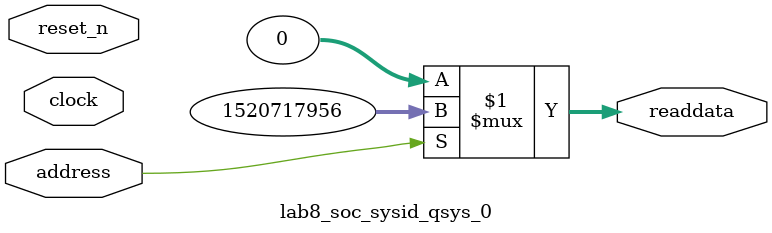
<source format=v>

`timescale 1ns / 1ps
// synthesis translate_on

// turn off superfluous verilog processor warnings 
// altera message_level Level1 
// altera message_off 10034 10035 10036 10037 10230 10240 10030 

module lab8_soc_sysid_qsys_0 (
               // inputs:
                address,
                clock,
                reset_n,

               // outputs:
                readdata
             )
;

  output  [ 31: 0] readdata;
  input            address;
  input            clock;
  input            reset_n;

  wire    [ 31: 0] readdata;
  //control_slave, which is an e_avalon_slave
  assign readdata = address ? 1520717956 : 0;

endmodule




</source>
